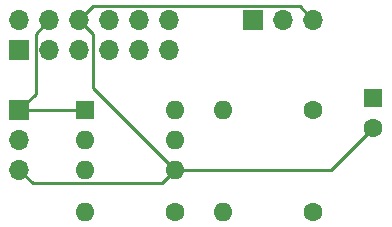
<source format=gbr>
%TF.GenerationSoftware,KiCad,Pcbnew,6.0.4-1.fc35*%
%TF.CreationDate,2022-05-01T22:12:08+02:00*%
%TF.ProjectId,raspi_water_counter,72617370-695f-4776-9174-65725f636f75,rev?*%
%TF.SameCoordinates,Original*%
%TF.FileFunction,Copper,L2,Bot*%
%TF.FilePolarity,Positive*%
%FSLAX46Y46*%
G04 Gerber Fmt 4.6, Leading zero omitted, Abs format (unit mm)*
G04 Created by KiCad (PCBNEW 6.0.4-1.fc35) date 2022-05-01 22:12:08*
%MOMM*%
%LPD*%
G01*
G04 APERTURE LIST*
%TA.AperFunction,ComponentPad*%
%ADD10R,1.700000X1.700000*%
%TD*%
%TA.AperFunction,ComponentPad*%
%ADD11O,1.700000X1.700000*%
%TD*%
%TA.AperFunction,ComponentPad*%
%ADD12C,1.600000*%
%TD*%
%TA.AperFunction,ComponentPad*%
%ADD13O,1.600000X1.600000*%
%TD*%
%TA.AperFunction,ComponentPad*%
%ADD14R,1.600000X1.600000*%
%TD*%
%TA.AperFunction,Conductor*%
%ADD15C,0.250000*%
%TD*%
G04 APERTURE END LIST*
D10*
%TO.P,J1,1,Pin_1*%
%TO.N,+5V*%
X112268000Y-56388000D03*
D11*
%TO.P,J1,2,Pin_2*%
%TO.N,D2*%
X112268000Y-58928000D03*
%TO.P,J1,3,Pin_3*%
%TO.N,GND*%
X112268000Y-61468000D03*
%TD*%
D10*
%TO.P,J3,1,Pin_1*%
%TO.N,D1*%
X132080000Y-48768000D03*
D11*
%TO.P,J3,2,Pin_2*%
%TO.N,D2*%
X134620000Y-48768000D03*
%TO.P,J3,3,Pin_3*%
%TO.N,GND*%
X137160000Y-48768000D03*
%TD*%
D12*
%TO.P,R3,1*%
%TO.N,D1*%
X137160000Y-56388000D03*
D13*
%TO.P,R3,2*%
%TO.N,+3V3*%
X129540000Y-56388000D03*
%TD*%
D14*
%TO.P,U1,1*%
%TO.N,+5V*%
X117856000Y-56388000D03*
D13*
%TO.P,U1,2*%
%TO.N,Net-(R1-Pad1)*%
X117856000Y-58928000D03*
%TO.P,U1,3,NC*%
%TO.N,unconnected-(U1-Pad3)*%
X117856000Y-61468000D03*
%TO.P,U1,4*%
%TO.N,GND*%
X125476000Y-61468000D03*
%TO.P,U1,5*%
%TO.N,Net-(R2-Pad2)*%
X125476000Y-58928000D03*
%TO.P,U1,6*%
%TO.N,unconnected-(U1-Pad6)*%
X125476000Y-56388000D03*
%TD*%
D12*
%TO.P,R1,1*%
%TO.N,Net-(R1-Pad1)*%
X125476000Y-65024000D03*
D13*
%TO.P,R1,2*%
%TO.N,D2*%
X117856000Y-65024000D03*
%TD*%
D12*
%TO.P,R2,1*%
%TO.N,D1*%
X137160000Y-65024000D03*
D13*
%TO.P,R2,2*%
%TO.N,Net-(R2-Pad2)*%
X129540000Y-65024000D03*
%TD*%
D14*
%TO.P,C1,1*%
%TO.N,D1*%
X142240000Y-55372000D03*
D12*
%TO.P,C1,2*%
%TO.N,GND*%
X142240000Y-57872000D03*
%TD*%
D10*
%TO.P,J2,1,Pin_1*%
%TO.N,+3V3*%
X112268000Y-51308000D03*
D11*
%TO.P,J2,2,Pin_2*%
%TO.N,unconnected-(J2-Pad2)*%
X112268000Y-48768000D03*
%TO.P,J2,3,Pin_3*%
%TO.N,unconnected-(J2-Pad3)*%
X114808000Y-51308000D03*
%TO.P,J2,4,Pin_4*%
%TO.N,+5V*%
X114808000Y-48768000D03*
%TO.P,J2,5,Pin_5*%
%TO.N,unconnected-(J2-Pad5)*%
X117348000Y-51308000D03*
%TO.P,J2,6,Pin_6*%
%TO.N,GND*%
X117348000Y-48768000D03*
%TO.P,J2,7,Pin_7*%
%TO.N,unconnected-(J2-Pad7)*%
X119888000Y-51308000D03*
%TO.P,J2,8,Pin_8*%
%TO.N,unconnected-(J2-Pad8)*%
X119888000Y-48768000D03*
%TO.P,J2,9,Pin_9*%
%TO.N,unconnected-(J2-Pad9)*%
X122428000Y-51308000D03*
%TO.P,J2,10,Pin_10*%
%TO.N,unconnected-(J2-Pad10)*%
X122428000Y-48768000D03*
%TO.P,J2,11,Pin_11*%
%TO.N,unconnected-(J2-Pad11)*%
X124968000Y-51308000D03*
%TO.P,J2,12,Pin_12*%
%TO.N,D1*%
X124968000Y-48768000D03*
%TD*%
D15*
%TO.N,GND*%
X124350999Y-62593001D02*
X113393001Y-62593001D01*
X118523001Y-49943001D02*
X118523001Y-54515001D01*
X125476000Y-61468000D02*
X138644000Y-61468000D01*
X138644000Y-61468000D02*
X142240000Y-57872000D01*
X125476000Y-61468000D02*
X124350999Y-62593001D01*
X135984999Y-47592999D02*
X118523001Y-47592999D01*
X118523001Y-54515001D02*
X125476000Y-61468000D01*
X137160000Y-48768000D02*
X135984999Y-47592999D01*
X117348000Y-48768000D02*
X118523001Y-49943001D01*
X113393001Y-62593001D02*
X112268000Y-61468000D01*
X118523001Y-47592999D02*
X117348000Y-48768000D01*
%TO.N,+5V*%
X112268000Y-56388000D02*
X117856000Y-56388000D01*
X113632999Y-49943001D02*
X113632999Y-55023001D01*
X114808000Y-48768000D02*
X113632999Y-49943001D01*
X113632999Y-55023001D02*
X112268000Y-56388000D01*
%TD*%
M02*

</source>
